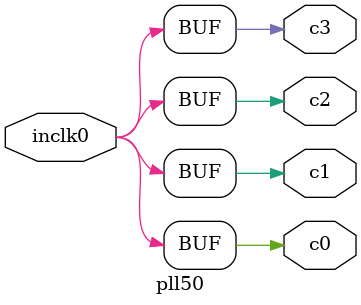
<source format=v>
module pll50 (
	input inclk0,
	output c0,
	output c1,
	output c2,
	output c3);

assign c0 = inclk0;
assign c1 = inclk0;
assign c2 = inclk0;
assign c3 = inclk0;

endmodule


</source>
